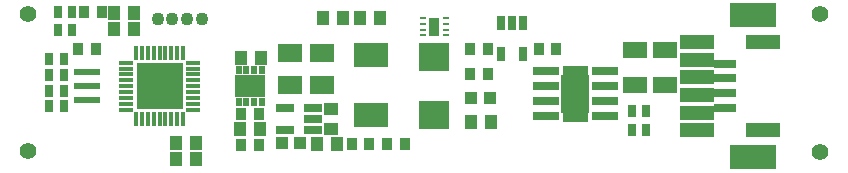
<source format=gts>
G04*
G04 #@! TF.GenerationSoftware,Altium Limited,Altium Designer,21.4.1 (30)*
G04*
G04 Layer_Color=8388736*
%FSLAX44Y44*%
%MOMM*%
G71*
G04*
G04 #@! TF.SameCoordinates,25551C03-D0C7-42E8-945B-46CABBC5444E*
G04*
G04*
G04 #@! TF.FilePolarity,Negative*
G04*
G01*
G75*
G04:AMPARAMS|DCode=18|XSize=0.5mm|YSize=0.25mm|CornerRadius=0.05mm|HoleSize=0mm|Usage=FLASHONLY|Rotation=180.000|XOffset=0mm|YOffset=0mm|HoleType=Round|Shape=RoundedRectangle|*
%AMROUNDEDRECTD18*
21,1,0.5000,0.1500,0,0,180.0*
21,1,0.4000,0.2500,0,0,180.0*
1,1,0.1000,-0.2000,0.0750*
1,1,0.1000,0.2000,0.0750*
1,1,0.1000,0.2000,-0.0750*
1,1,0.1000,-0.2000,-0.0750*
%
%ADD18ROUNDEDRECTD18*%
G04:AMPARAMS|DCode=42|XSize=0.9mm|YSize=1.6mm|CornerRadius=0.0495mm|HoleSize=0mm|Usage=FLASHONLY|Rotation=180.000|XOffset=0mm|YOffset=0mm|HoleType=Round|Shape=RoundedRectangle|*
%AMROUNDEDRECTD42*
21,1,0.9000,1.5010,0,0,180.0*
21,1,0.8010,1.6000,0,0,180.0*
1,1,0.0990,-0.4005,0.7505*
1,1,0.0990,0.4005,0.7505*
1,1,0.0990,0.4005,-0.7505*
1,1,0.0990,-0.4005,-0.7505*
%
%ADD42ROUNDEDRECTD42*%
%ADD43R,2.0200X1.5800*%
%ADD44R,1.0000X1.2000*%
%ADD45R,2.2000X0.6000*%
%ADD46R,1.2000X1.0000*%
%ADD47R,0.8000X1.0500*%
%ADD48R,0.9000X1.1000*%
%ADD49R,1.5208X0.7588*%
%ADD50R,1.2800X0.4600*%
%ADD51R,0.4600X1.2800*%
%ADD52R,3.9000X3.9000*%
%ADD53R,2.9940X2.1050*%
%ADD54R,2.1700X0.8000*%
%ADD55R,2.3300X3.2000*%
%ADD56R,1.0000X1.0000*%
%ADD57R,2.0200X1.3500*%
%ADD58R,0.8000X1.2000*%
%ADD59R,2.6500X1.8500*%
%ADD60R,0.5000X0.7250*%
%ADD61R,1.0900X1.1300*%
%ADD62R,4.0000X2.0000*%
%ADD63R,2.9000X1.2000*%
%ADD64R,2.5000X2.4000*%
%ADD65R,2.9000X1.2000*%
%ADD66R,1.9000X0.8000*%
%ADD67C,1.1000*%
%ADD68C,0.6000*%
%ADD69C,1.4000*%
G36*
X1189870Y411160D02*
X1168870D01*
Y458610D01*
X1189870D01*
Y411160D01*
D02*
G37*
D18*
X1050600Y484800D02*
D03*
Y489800D02*
D03*
Y494800D02*
D03*
Y499800D02*
D03*
X1069600D02*
D03*
Y494800D02*
D03*
Y489800D02*
D03*
Y484800D02*
D03*
D42*
X1060100Y492300D02*
D03*
D43*
X938190Y442815D02*
D03*
Y470195D02*
D03*
X964860Y442815D02*
D03*
Y470195D02*
D03*
D44*
X789065Y504000D02*
D03*
X806065D02*
D03*
X912667Y405200D02*
D03*
X895667D02*
D03*
X977800Y393100D02*
D03*
X960800D02*
D03*
X996900Y499800D02*
D03*
X1013900D02*
D03*
X1090980Y411670D02*
D03*
X1107980D02*
D03*
X983100Y499800D02*
D03*
X966100D02*
D03*
X789030Y490100D02*
D03*
X806030D02*
D03*
X896400Y465500D02*
D03*
X913400D02*
D03*
X858550Y394100D02*
D03*
X841550D02*
D03*
X858550Y380600D02*
D03*
X841550D02*
D03*
D45*
X765900Y429803D02*
D03*
Y441802D02*
D03*
Y453802D02*
D03*
D46*
X972900Y405800D02*
D03*
Y422800D02*
D03*
D47*
X1227100Y404400D02*
D03*
X1239544D02*
D03*
X741000Y489350D02*
D03*
X753444D02*
D03*
X1239544Y420700D02*
D03*
X1227100D02*
D03*
X746444Y464500D02*
D03*
X734000D02*
D03*
X746444Y438167D02*
D03*
X734000D02*
D03*
Y425000D02*
D03*
X746444D02*
D03*
X741000Y504750D02*
D03*
X753444D02*
D03*
X746444Y451333D02*
D03*
X734000D02*
D03*
D48*
X1148270Y473170D02*
D03*
X1163270D02*
D03*
X763265Y504500D02*
D03*
X778265D02*
D03*
X1034900Y393100D02*
D03*
X1019900D02*
D03*
X1105480Y473170D02*
D03*
X1090480D02*
D03*
X896667Y418300D02*
D03*
X911667D02*
D03*
X758265Y473500D02*
D03*
X773265D02*
D03*
X1105480Y452503D02*
D03*
X1090480D02*
D03*
X1004900Y393100D02*
D03*
X989900D02*
D03*
X896667Y391800D02*
D03*
X911667D02*
D03*
D49*
X957384Y404902D02*
D03*
Y414300D02*
D03*
Y423698D02*
D03*
X934016D02*
D03*
Y404902D02*
D03*
D50*
X799250Y461802D02*
D03*
Y456802D02*
D03*
Y451802D02*
D03*
Y446802D02*
D03*
Y441802D02*
D03*
Y436802D02*
D03*
Y431802D02*
D03*
Y426802D02*
D03*
Y421802D02*
D03*
X855550D02*
D03*
Y426802D02*
D03*
Y431802D02*
D03*
Y436802D02*
D03*
Y441802D02*
D03*
Y446802D02*
D03*
Y451802D02*
D03*
Y456802D02*
D03*
Y461802D02*
D03*
D51*
X812400Y413652D02*
D03*
X817400D02*
D03*
X822400D02*
D03*
X827400D02*
D03*
X832400D02*
D03*
X837400D02*
D03*
X842400D02*
D03*
X847400D02*
D03*
Y469953D02*
D03*
X842400D02*
D03*
X837400D02*
D03*
X832400D02*
D03*
X827400D02*
D03*
X822400D02*
D03*
X817400D02*
D03*
X812400D02*
D03*
X807400Y413652D02*
D03*
Y469953D02*
D03*
D52*
X827400Y441802D02*
D03*
D53*
X1006010Y468467D02*
D03*
Y417668D02*
D03*
D54*
X1204120Y416560D02*
D03*
Y429260D02*
D03*
Y441960D02*
D03*
Y454660D02*
D03*
X1154620D02*
D03*
Y441960D02*
D03*
Y429260D02*
D03*
Y416560D02*
D03*
D55*
X1179370Y435610D02*
D03*
D56*
X931000Y393350D02*
D03*
X946000D02*
D03*
D57*
X1230290Y442620D02*
D03*
Y472320D02*
D03*
X1255690Y442620D02*
D03*
Y472320D02*
D03*
D58*
X1116500Y495300D02*
D03*
X1126000D02*
D03*
X1135500D02*
D03*
X1116500Y469300D02*
D03*
X1135500D02*
D03*
D59*
X904000Y441802D02*
D03*
D60*
X894250Y455428D02*
D03*
X900750D02*
D03*
X907250D02*
D03*
X913750D02*
D03*
X894250Y428177D02*
D03*
X913750D02*
D03*
X900750D02*
D03*
X907250D02*
D03*
D61*
X1106830Y431987D02*
D03*
X1091430D02*
D03*
D62*
X1329700Y501852D02*
D03*
Y381852D02*
D03*
D63*
X1282700Y479352D02*
D03*
Y464352D02*
D03*
Y449352D02*
D03*
Y434352D02*
D03*
Y419352D02*
D03*
Y404352D02*
D03*
D64*
X1060110Y417670D02*
D03*
Y466670D02*
D03*
D65*
X1338435Y479420D02*
D03*
Y404920D02*
D03*
D66*
X1306435Y460920D02*
D03*
Y448420D02*
D03*
Y423420D02*
D03*
Y435920D02*
D03*
D67*
X863250Y498988D02*
D03*
X850750D02*
D03*
X838250D02*
D03*
X825750D02*
D03*
D68*
X1171870Y435610D02*
D03*
X1186870D02*
D03*
Y420610D02*
D03*
X1171870D02*
D03*
Y450610D02*
D03*
X1186870D02*
D03*
D69*
X1386300Y503300D02*
D03*
Y386498D02*
D03*
X716400Y386605D02*
D03*
Y503202D02*
D03*
M02*

</source>
